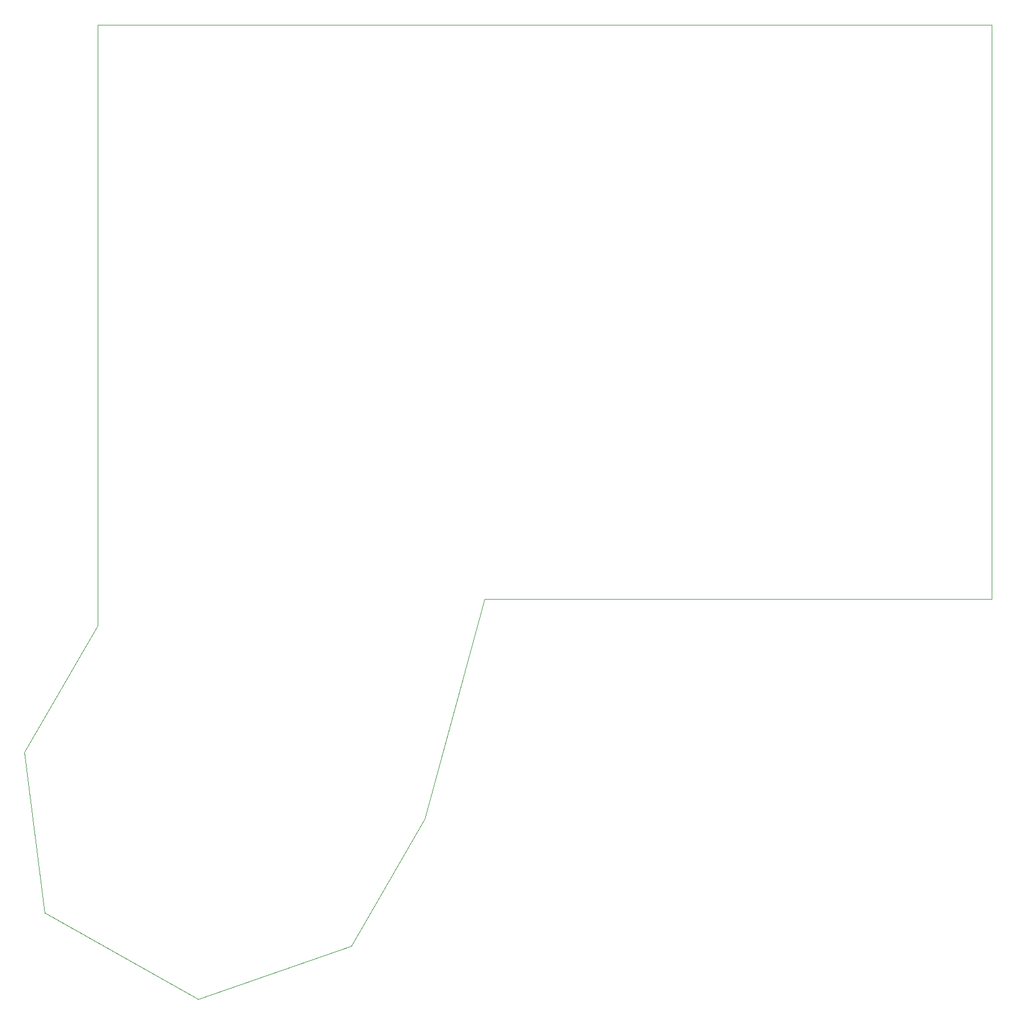
<source format=gbr>
%TF.GenerationSoftware,KiCad,Pcbnew,(6.0.11)*%
%TF.CreationDate,2023-05-24T14:48:24-07:00*%
%TF.ProjectId,keeb,6b656562-2e6b-4696-9361-645f70636258,rev?*%
%TF.SameCoordinates,Original*%
%TF.FileFunction,Profile,NP*%
%FSLAX46Y46*%
G04 Gerber Fmt 4.6, Leading zero omitted, Abs format (unit mm)*
G04 Created by KiCad (PCBNEW (6.0.11)) date 2023-05-24 14:48:24*
%MOMM*%
%LPD*%
G01*
G04 APERTURE LIST*
%TA.AperFunction,Profile*%
%ADD10C,0.100000*%
%TD*%
G04 APERTURE END LIST*
D10*
X79000000Y-47000000D02*
X79000000Y-33000000D01*
X137000000Y-119000000D02*
X128000000Y-152000000D01*
X94000000Y-179000000D02*
X117000000Y-171000000D01*
X79000000Y-47000000D02*
X79000000Y-123000000D01*
X213000000Y-119000000D02*
X137000000Y-119000000D01*
X79000000Y-33000000D02*
X213000000Y-33000000D01*
X128000000Y-152000000D02*
X117000000Y-171000000D01*
X213000000Y-33000000D02*
X213000000Y-119000000D01*
X79000000Y-123000000D02*
X68000000Y-142000000D01*
X71000000Y-166000000D02*
X68000000Y-142000000D01*
X94000000Y-179000000D02*
X71000000Y-166000000D01*
M02*

</source>
